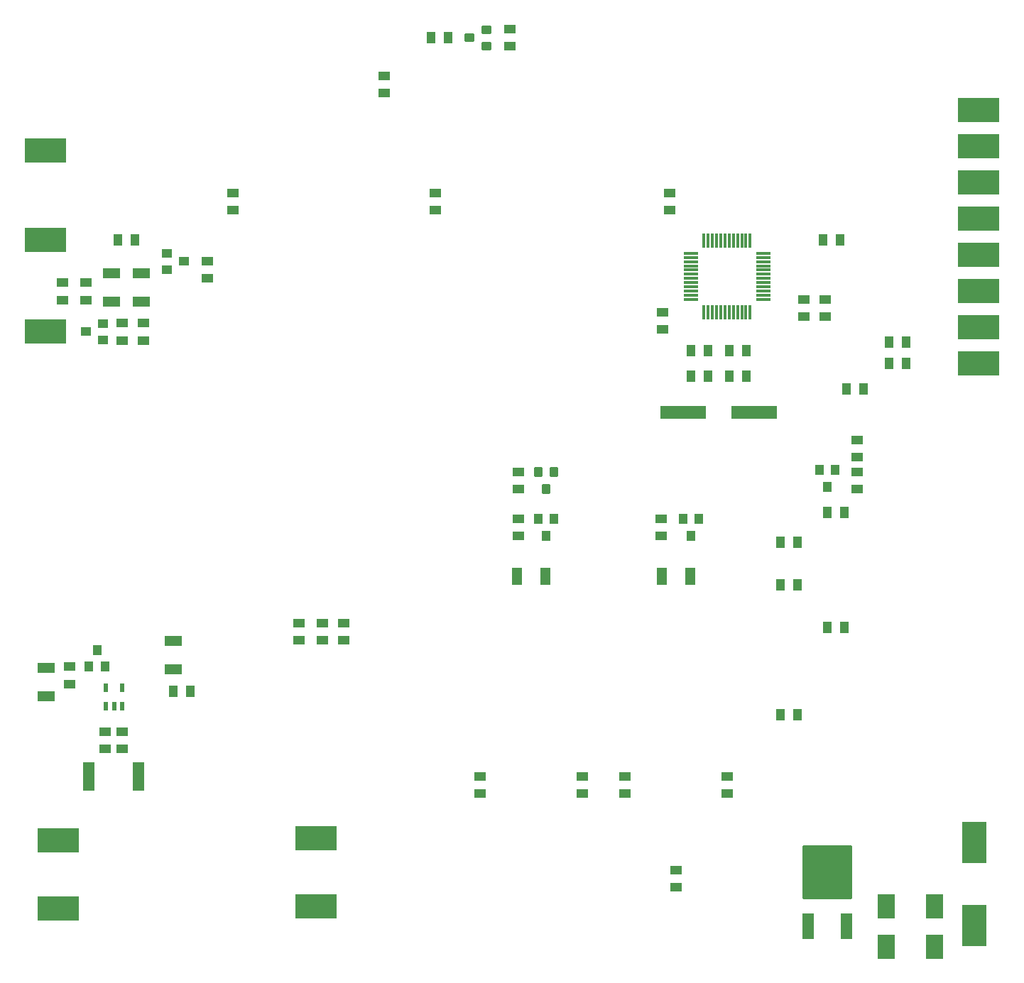
<source format=gbp>
G04 Layer_Color=128*
%FSLAX25Y25*%
%MOIN*%
G70*
G01*
G75*
%ADD28R,0.19685X0.11811*%
%ADD29R,0.04921X0.07874*%
%ADD30R,0.07874X0.04921*%
%ADD31R,0.03937X0.04724*%
G04:AMPARAMS|DCode=32|XSize=19.29mil|YSize=37.4mil|CornerRadius=0.97mil|HoleSize=0mil|Usage=FLASHONLY|Rotation=180.000|XOffset=0mil|YOffset=0mil|HoleType=Round|Shape=RoundedRectangle|*
%AMROUNDEDRECTD32*
21,1,0.01929,0.03547,0,0,180.0*
21,1,0.01736,0.03740,0,0,180.0*
1,1,0.00193,-0.00868,0.01774*
1,1,0.00193,0.00868,0.01774*
1,1,0.00193,0.00868,-0.01774*
1,1,0.00193,-0.00868,-0.01774*
%
%ADD32ROUNDEDRECTD32*%
%ADD33R,0.05512X0.04134*%
%ADD34R,0.05315X0.13189*%
%ADD35R,0.04134X0.05512*%
%ADD36R,0.07874X0.11811*%
G04:AMPARAMS|DCode=37|XSize=39.37mil|YSize=47.24mil|CornerRadius=1.97mil|HoleSize=0mil|Usage=FLASHONLY|Rotation=180.000|XOffset=0mil|YOffset=0mil|HoleType=Round|Shape=RoundedRectangle|*
%AMROUNDEDRECTD37*
21,1,0.03937,0.04331,0,0,180.0*
21,1,0.03543,0.04724,0,0,180.0*
1,1,0.00394,-0.01772,0.02165*
1,1,0.00394,0.01772,0.02165*
1,1,0.00394,0.01772,-0.02165*
1,1,0.00394,-0.01772,-0.02165*
%
%ADD37ROUNDEDRECTD37*%
%ADD38R,0.04724X0.03937*%
G04:AMPARAMS|DCode=39|XSize=236.22mil|YSize=255.9mil|CornerRadius=11.81mil|HoleSize=0mil|Usage=FLASHONLY|Rotation=0.000|XOffset=0mil|YOffset=0mil|HoleType=Round|Shape=RoundedRectangle|*
%AMROUNDEDRECTD39*
21,1,0.23622,0.23228,0,0,0.0*
21,1,0.21260,0.25590,0,0,0.0*
1,1,0.02362,0.10630,-0.11614*
1,1,0.02362,-0.10630,-0.11614*
1,1,0.02362,-0.10630,0.11614*
1,1,0.02362,0.10630,0.11614*
%
%ADD39ROUNDEDRECTD39*%
G04:AMPARAMS|DCode=40|XSize=55.12mil|YSize=118.11mil|CornerRadius=2.76mil|HoleSize=0mil|Usage=FLASHONLY|Rotation=180.000|XOffset=0mil|YOffset=0mil|HoleType=Round|Shape=RoundedRectangle|*
%AMROUNDEDRECTD40*
21,1,0.05512,0.11260,0,0,180.0*
21,1,0.04961,0.11811,0,0,180.0*
1,1,0.00551,-0.02480,0.05630*
1,1,0.00551,0.02480,0.05630*
1,1,0.00551,0.02480,-0.05630*
1,1,0.00551,-0.02480,-0.05630*
%
%ADD40ROUNDEDRECTD40*%
%ADD41R,0.21654X0.05906*%
G04:AMPARAMS|DCode=42|XSize=11.81mil|YSize=66.93mil|CornerRadius=0.59mil|HoleSize=0mil|Usage=FLASHONLY|Rotation=0.000|XOffset=0mil|YOffset=0mil|HoleType=Round|Shape=RoundedRectangle|*
%AMROUNDEDRECTD42*
21,1,0.01181,0.06575,0,0,0.0*
21,1,0.01063,0.06693,0,0,0.0*
1,1,0.00118,0.00532,-0.03287*
1,1,0.00118,-0.00532,-0.03287*
1,1,0.00118,-0.00532,0.03287*
1,1,0.00118,0.00532,0.03287*
%
%ADD42ROUNDEDRECTD42*%
G04:AMPARAMS|DCode=43|XSize=11.81mil|YSize=66.93mil|CornerRadius=0.59mil|HoleSize=0mil|Usage=FLASHONLY|Rotation=270.000|XOffset=0mil|YOffset=0mil|HoleType=Round|Shape=RoundedRectangle|*
%AMROUNDEDRECTD43*
21,1,0.01181,0.06575,0,0,270.0*
21,1,0.01063,0.06693,0,0,270.0*
1,1,0.00118,-0.03287,-0.00532*
1,1,0.00118,-0.03287,0.00532*
1,1,0.00118,0.03287,0.00532*
1,1,0.00118,0.03287,-0.00532*
%
%ADD43ROUNDEDRECTD43*%
G04:AMPARAMS|DCode=44|XSize=39.37mil|YSize=47.24mil|CornerRadius=1.97mil|HoleSize=0mil|Usage=FLASHONLY|Rotation=90.000|XOffset=0mil|YOffset=0mil|HoleType=Round|Shape=RoundedRectangle|*
%AMROUNDEDRECTD44*
21,1,0.03937,0.04331,0,0,90.0*
21,1,0.03543,0.04724,0,0,90.0*
1,1,0.00394,0.02165,0.01772*
1,1,0.00394,0.02165,-0.01772*
1,1,0.00394,-0.02165,-0.01772*
1,1,0.00394,-0.02165,0.01772*
%
%ADD44ROUNDEDRECTD44*%
%ADD45R,0.11811X0.19685*%
D28*
X1124300Y686700D02*
D03*
X692300Y311700D02*
D03*
Y343700D02*
D03*
X686300Y667700D02*
D03*
Y625700D02*
D03*
X686284Y582653D02*
D03*
X1124300Y669700D02*
D03*
Y652700D02*
D03*
Y635700D02*
D03*
Y618700D02*
D03*
Y601700D02*
D03*
Y584700D02*
D03*
Y567700D02*
D03*
X813300Y344700D02*
D03*
Y312700D02*
D03*
D29*
X907703Y467695D02*
D03*
X921091Y467702D02*
D03*
X975703Y467695D02*
D03*
X989091Y467702D02*
D03*
D30*
X731294Y610297D02*
D03*
X731302Y596909D02*
D03*
X717295Y610297D02*
D03*
X717302Y596909D02*
D03*
X686528Y424874D02*
D03*
X686536Y411485D02*
D03*
X746308Y424073D02*
D03*
X746300Y437461D02*
D03*
D31*
X706793Y425340D02*
D03*
X710533Y433214D02*
D03*
X714274Y425340D02*
D03*
X993040Y494637D02*
D03*
X989300Y486763D02*
D03*
X985560Y494637D02*
D03*
X925040D02*
D03*
X921300Y486763D02*
D03*
X917560Y494637D02*
D03*
X1049560Y517637D02*
D03*
X1053300Y509763D02*
D03*
X1057040Y517637D02*
D03*
D32*
X718533Y406926D02*
D03*
X722274Y406926D02*
D03*
X714793D02*
D03*
Y415627D02*
D03*
X722274D02*
D03*
D33*
X697533Y425312D02*
D03*
Y417241D02*
D03*
X714300Y386665D02*
D03*
Y394735D02*
D03*
X722300Y386665D02*
D03*
Y394735D02*
D03*
X958300Y365665D02*
D03*
Y373735D02*
D03*
X1006300Y365665D02*
D03*
Y373735D02*
D03*
X975300Y494735D02*
D03*
Y486665D02*
D03*
X938300Y373735D02*
D03*
Y365665D02*
D03*
X890300Y373735D02*
D03*
Y365665D02*
D03*
X908300Y486665D02*
D03*
Y494735D02*
D03*
Y508665D02*
D03*
Y516735D02*
D03*
X1067300Y531735D02*
D03*
Y523665D02*
D03*
X694284Y597617D02*
D03*
Y605688D02*
D03*
X826300Y437665D02*
D03*
Y445735D02*
D03*
X805300D02*
D03*
Y437665D02*
D03*
X705284Y597617D02*
D03*
Y605688D02*
D03*
X722284Y578617D02*
D03*
Y586688D02*
D03*
X732284Y578617D02*
D03*
Y586688D02*
D03*
X762300Y607665D02*
D03*
Y615735D02*
D03*
X1067300Y516735D02*
D03*
Y508665D02*
D03*
X1042300Y597735D02*
D03*
Y589665D02*
D03*
X1052300Y589665D02*
D03*
Y597735D02*
D03*
X975956Y583657D02*
D03*
Y591728D02*
D03*
X845300Y702735D02*
D03*
Y694665D02*
D03*
X904300Y724735D02*
D03*
Y716665D02*
D03*
X816300Y437665D02*
D03*
Y445735D02*
D03*
X979300Y647735D02*
D03*
Y639665D02*
D03*
X869300Y647735D02*
D03*
Y639665D02*
D03*
X774300Y647735D02*
D03*
Y639665D02*
D03*
X982300Y321665D02*
D03*
Y329735D02*
D03*
D34*
X706587Y373700D02*
D03*
X730013D02*
D03*
D35*
X754335Y413700D02*
D03*
X746265D02*
D03*
X1070335Y555700D02*
D03*
X1062265D02*
D03*
X728335Y625700D02*
D03*
X720265D02*
D03*
X1039335Y483700D02*
D03*
X1031265D02*
D03*
X1039335Y463700D02*
D03*
X1031265D02*
D03*
X1039335Y402700D02*
D03*
X1031265D02*
D03*
X1053265Y497700D02*
D03*
X1061335D02*
D03*
X1090335Y567700D02*
D03*
X1082265D02*
D03*
X1090335Y577700D02*
D03*
X1082265D02*
D03*
X1007265Y561700D02*
D03*
X1015335D02*
D03*
X997335Y573700D02*
D03*
X989265D02*
D03*
X997335Y561700D02*
D03*
X989265D02*
D03*
X1015335Y573700D02*
D03*
X1007265D02*
D03*
X1051265Y625700D02*
D03*
X1059335D02*
D03*
X867265Y720700D02*
D03*
X875335D02*
D03*
X1061283Y443684D02*
D03*
X1053212D02*
D03*
D36*
X1103717Y312700D02*
D03*
X1080883D02*
D03*
X1103717Y293700D02*
D03*
X1080883D02*
D03*
D37*
X925040Y516637D02*
D03*
X921300Y508763D02*
D03*
X917560Y516637D02*
D03*
D38*
X713221Y586393D02*
D03*
X705347Y582653D02*
D03*
X713221Y578913D02*
D03*
X743347Y611913D02*
D03*
X751221Y615653D02*
D03*
X743347Y619393D02*
D03*
D39*
X1053300Y328952D02*
D03*
D40*
X1044245Y303558D02*
D03*
X1062355D02*
D03*
D41*
X985568Y544700D02*
D03*
X1019032D02*
D03*
D42*
X1017127Y625629D02*
D03*
X995473D02*
D03*
X997442D02*
D03*
X999410D02*
D03*
X1001379D02*
D03*
X1005316D02*
D03*
X1007284D02*
D03*
X1009253D02*
D03*
X1011221D02*
D03*
X1013190D02*
D03*
X1015158D02*
D03*
Y591771D02*
D03*
X1013190D02*
D03*
X1011221D02*
D03*
X1009253D02*
D03*
X1007284D02*
D03*
X1005316D02*
D03*
X1003347D02*
D03*
X1001379D02*
D03*
X999410D02*
D03*
X997442D02*
D03*
X995473D02*
D03*
X1017127D02*
D03*
X1003347Y625629D02*
D03*
D43*
X1023229Y599842D02*
D03*
Y601810D02*
D03*
Y603779D02*
D03*
Y607716D02*
D03*
Y609684D02*
D03*
Y611653D02*
D03*
Y613621D02*
D03*
X989371Y619527D02*
D03*
Y617558D02*
D03*
Y613621D02*
D03*
Y611653D02*
D03*
Y609684D02*
D03*
Y605747D02*
D03*
Y603779D02*
D03*
X1023229Y597873D02*
D03*
Y605747D02*
D03*
Y615590D02*
D03*
Y617558D02*
D03*
Y619527D02*
D03*
X989371Y597873D02*
D03*
Y615590D02*
D03*
Y607716D02*
D03*
Y601810D02*
D03*
Y599842D02*
D03*
D44*
X893237Y716960D02*
D03*
X885363Y720700D02*
D03*
X893237Y724440D02*
D03*
D45*
X1122300Y342700D02*
D03*
Y303700D02*
D03*
M02*

</source>
